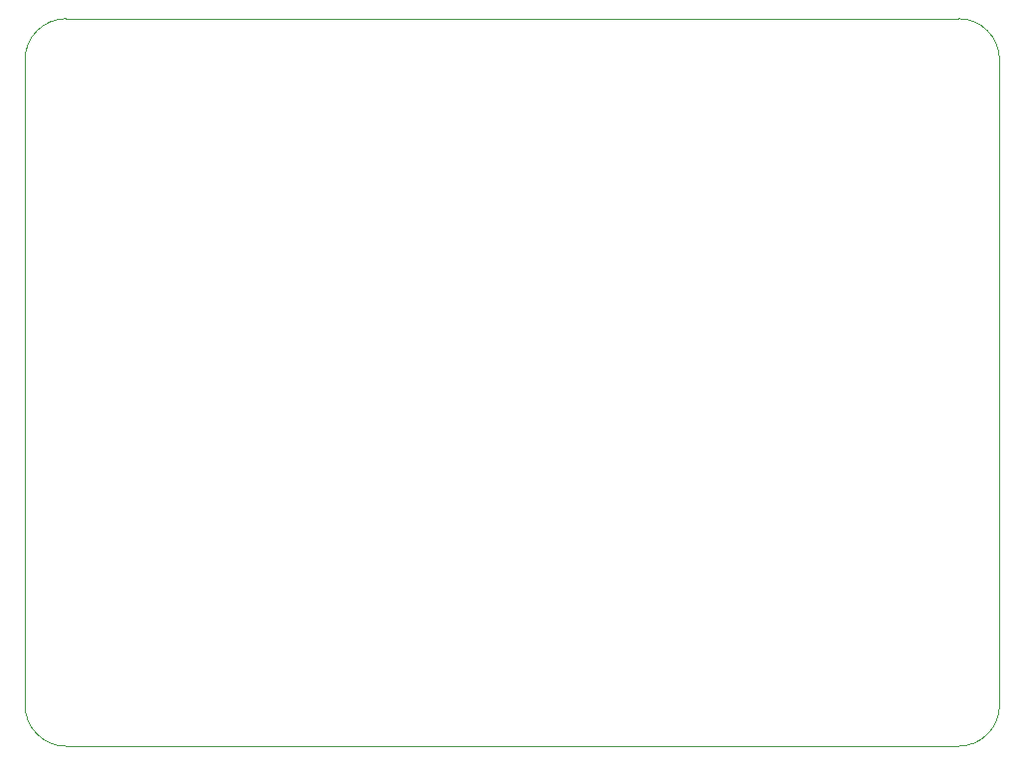
<source format=gbr>
%TF.GenerationSoftware,KiCad,Pcbnew,7.0.1*%
%TF.CreationDate,2023-07-10T14:28:26-04:00*%
%TF.ProjectId,FlightComputer,466c6967-6874-4436-9f6d-70757465722e,rev?*%
%TF.SameCoordinates,Original*%
%TF.FileFunction,Profile,NP*%
%FSLAX46Y46*%
G04 Gerber Fmt 4.6, Leading zero omitted, Abs format (unit mm)*
G04 Created by KiCad (PCBNEW 7.0.1) date 2023-07-10 14:28:26*
%MOMM*%
%LPD*%
G01*
G04 APERTURE LIST*
%TA.AperFunction,Profile*%
%ADD10C,0.100000*%
%TD*%
G04 APERTURE END LIST*
D10*
X52820000Y-57370000D02*
G75*
G03*
X49320000Y-60870000I0J-3500000D01*
G01*
X132320000Y-60870000D02*
G75*
G03*
X128820000Y-57370000I-3500000J0D01*
G01*
X52820000Y-57370000D02*
X128820000Y-57370000D01*
X49320000Y-115870000D02*
X49320000Y-60870000D01*
X128820000Y-119370000D02*
G75*
G03*
X132320000Y-115870000I0J3500000D01*
G01*
X132320000Y-60870000D02*
X132320000Y-115870000D01*
X52820000Y-119370000D02*
X128820000Y-119370000D01*
X49320000Y-115870000D02*
G75*
G03*
X52820000Y-119370000I3500000J0D01*
G01*
M02*

</source>
